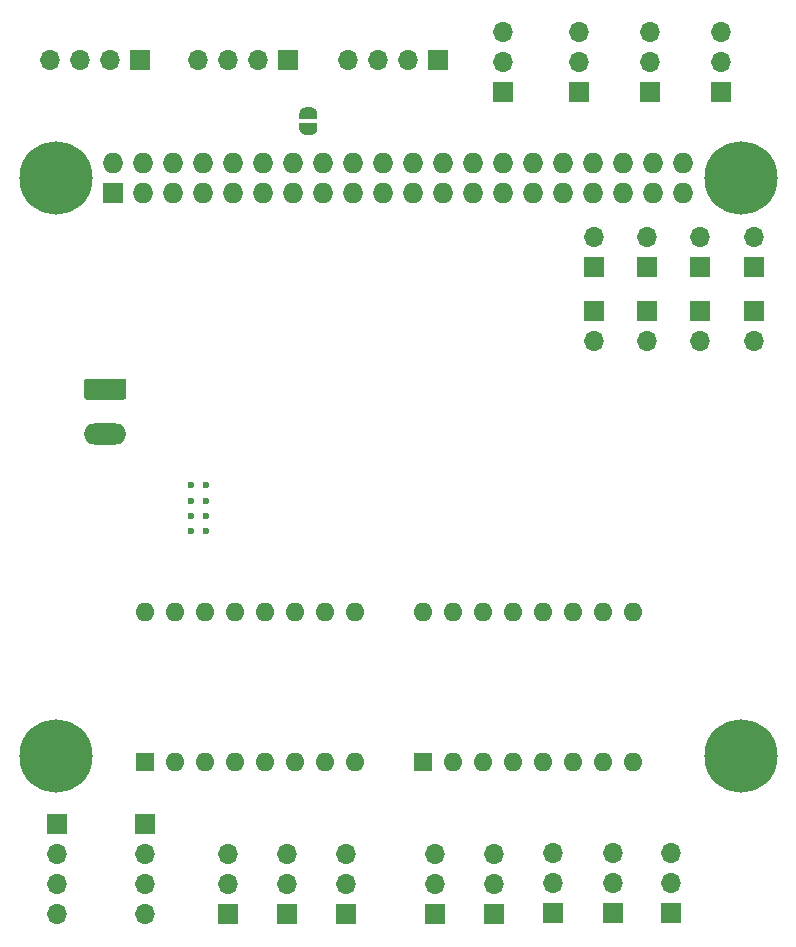
<source format=gbr>
%TF.GenerationSoftware,KiCad,Pcbnew,5.1.9*%
%TF.CreationDate,2021-03-12T16:49:57+01:00*%
%TF.ProjectId,monkey-rpi-header-pcb,6d6f6e6b-6579-42d7-9270-692d68656164,rev?*%
%TF.SameCoordinates,Original*%
%TF.FileFunction,Soldermask,Bot*%
%TF.FilePolarity,Negative*%
%FSLAX46Y46*%
G04 Gerber Fmt 4.6, Leading zero omitted, Abs format (unit mm)*
G04 Created by KiCad (PCBNEW 5.1.9) date 2021-03-12 16:49:57*
%MOMM*%
%LPD*%
G01*
G04 APERTURE LIST*
%ADD10C,0.100000*%
%ADD11O,1.700000X1.700000*%
%ADD12R,1.700000X1.700000*%
%ADD13O,1.600000X1.600000*%
%ADD14R,1.600000X1.600000*%
%ADD15C,0.600000*%
%ADD16O,3.600000X1.800000*%
%ADD17R,1.727200X1.727200*%
%ADD18O,1.727200X1.727200*%
%ADD19C,6.200000*%
G04 APERTURE END LIST*
D10*
%TO.C,JP10*%
G36*
X147050000Y-74050000D02*
G01*
X147050000Y-73550000D01*
X147050602Y-73550000D01*
X147050602Y-73525466D01*
X147055412Y-73476635D01*
X147064984Y-73428510D01*
X147079228Y-73381555D01*
X147098005Y-73336222D01*
X147121136Y-73292949D01*
X147148396Y-73252150D01*
X147179524Y-73214221D01*
X147214221Y-73179524D01*
X147252150Y-73148396D01*
X147292949Y-73121136D01*
X147336222Y-73098005D01*
X147381555Y-73079228D01*
X147428510Y-73064984D01*
X147476635Y-73055412D01*
X147525466Y-73050602D01*
X147550000Y-73050602D01*
X147550000Y-73050000D01*
X148050000Y-73050000D01*
X148050000Y-73050602D01*
X148074534Y-73050602D01*
X148123365Y-73055412D01*
X148171490Y-73064984D01*
X148218445Y-73079228D01*
X148263778Y-73098005D01*
X148307051Y-73121136D01*
X148347850Y-73148396D01*
X148385779Y-73179524D01*
X148420476Y-73214221D01*
X148451604Y-73252150D01*
X148478864Y-73292949D01*
X148501995Y-73336222D01*
X148520772Y-73381555D01*
X148535016Y-73428510D01*
X148544588Y-73476635D01*
X148549398Y-73525466D01*
X148549398Y-73550000D01*
X148550000Y-73550000D01*
X148550000Y-74050000D01*
X147050000Y-74050000D01*
G37*
G36*
X148549398Y-74850000D02*
G01*
X148549398Y-74874534D01*
X148544588Y-74923365D01*
X148535016Y-74971490D01*
X148520772Y-75018445D01*
X148501995Y-75063778D01*
X148478864Y-75107051D01*
X148451604Y-75147850D01*
X148420476Y-75185779D01*
X148385779Y-75220476D01*
X148347850Y-75251604D01*
X148307051Y-75278864D01*
X148263778Y-75301995D01*
X148218445Y-75320772D01*
X148171490Y-75335016D01*
X148123365Y-75344588D01*
X148074534Y-75349398D01*
X148050000Y-75349398D01*
X148050000Y-75350000D01*
X147550000Y-75350000D01*
X147550000Y-75349398D01*
X147525466Y-75349398D01*
X147476635Y-75344588D01*
X147428510Y-75335016D01*
X147381555Y-75320772D01*
X147336222Y-75301995D01*
X147292949Y-75278864D01*
X147252150Y-75251604D01*
X147214221Y-75220476D01*
X147179524Y-75185779D01*
X147148396Y-75147850D01*
X147121136Y-75107051D01*
X147098005Y-75063778D01*
X147079228Y-75018445D01*
X147064984Y-74971490D01*
X147055412Y-74923365D01*
X147050602Y-74874534D01*
X147050602Y-74850000D01*
X147050000Y-74850000D01*
X147050000Y-74350000D01*
X148550000Y-74350000D01*
X148550000Y-74850000D01*
X148549398Y-74850000D01*
G37*
%TD*%
D11*
%TO.C,J27*%
X185500000Y-84000000D03*
D12*
X185500000Y-86540000D03*
%TD*%
D11*
%TO.C,J26*%
X181000000Y-84000000D03*
D12*
X181000000Y-86540000D03*
%TD*%
D11*
%TO.C,J25*%
X176500000Y-84000000D03*
D12*
X176500000Y-86540000D03*
%TD*%
D11*
%TO.C,J24*%
X172000000Y-84000000D03*
D12*
X172000000Y-86540000D03*
%TD*%
D11*
%TO.C,J23*%
X182750000Y-66670000D03*
X182750000Y-69210000D03*
D12*
X182750000Y-71750000D03*
%TD*%
D11*
%TO.C,J22*%
X176750000Y-66670000D03*
X176750000Y-69210000D03*
D12*
X176750000Y-71750000D03*
%TD*%
D11*
%TO.C,J18*%
X170750000Y-66670000D03*
X170750000Y-69210000D03*
D12*
X170750000Y-71750000D03*
%TD*%
D11*
%TO.C,J5*%
X164250000Y-66670000D03*
X164250000Y-69210000D03*
D12*
X164250000Y-71750000D03*
%TD*%
D11*
%TO.C,J21*%
X185500000Y-92790000D03*
D12*
X185500000Y-90250000D03*
%TD*%
D11*
%TO.C,J20*%
X181000000Y-92790000D03*
D12*
X181000000Y-90250000D03*
%TD*%
D11*
%TO.C,J19*%
X176500000Y-92790000D03*
D12*
X176500000Y-90250000D03*
%TD*%
D11*
%TO.C,J17*%
X178500000Y-136200000D03*
X178500000Y-138740000D03*
D12*
X178500000Y-141280000D03*
%TD*%
D11*
%TO.C,J16*%
X173600000Y-136200000D03*
X173600000Y-138740000D03*
D12*
X173600000Y-141280000D03*
%TD*%
D11*
%TO.C,J15*%
X168500000Y-136200000D03*
X168500000Y-138740000D03*
D12*
X168500000Y-141280000D03*
%TD*%
D13*
%TO.C,A1*%
X133960000Y-115800000D03*
X151740000Y-128500000D03*
X136500000Y-115800000D03*
X149200000Y-128500000D03*
X139040000Y-115800000D03*
X146660000Y-128500000D03*
X141580000Y-115800000D03*
X144120000Y-128500000D03*
X144120000Y-115800000D03*
X141580000Y-128500000D03*
X146660000Y-115800000D03*
X139040000Y-128500000D03*
X149200000Y-115800000D03*
X136500000Y-128500000D03*
X151740000Y-115800000D03*
D14*
X133960000Y-128500000D03*
%TD*%
D11*
%TO.C,J13*%
X151130000Y-69000000D03*
X153670000Y-69000000D03*
X156210000Y-69000000D03*
D12*
X158750000Y-69000000D03*
%TD*%
D15*
%TO.C,U2*%
X139150000Y-108950000D03*
X139150000Y-107650000D03*
X137850000Y-107650000D03*
X137850000Y-108950000D03*
X139150000Y-105050000D03*
X139150000Y-106350000D03*
X137850000Y-106350000D03*
X137850000Y-105050000D03*
%TD*%
D13*
%TO.C,A2*%
X157500000Y-115800000D03*
X175280000Y-128500000D03*
X160040000Y-115800000D03*
X172740000Y-128500000D03*
X162580000Y-115800000D03*
X170200000Y-128500000D03*
X165120000Y-115800000D03*
X167660000Y-128500000D03*
X167660000Y-115800000D03*
X165120000Y-128500000D03*
X170200000Y-115800000D03*
X162580000Y-128500000D03*
X172740000Y-115800000D03*
X160040000Y-128500000D03*
X175280000Y-115800000D03*
D14*
X157500000Y-128500000D03*
%TD*%
D16*
%TO.C,J2*%
X130600000Y-100710000D03*
G36*
G01*
X129050000Y-96000000D02*
X132150000Y-96000000D01*
G75*
G02*
X132400000Y-96250000I0J-250000D01*
G01*
X132400000Y-97550000D01*
G75*
G02*
X132150000Y-97800000I-250000J0D01*
G01*
X129050000Y-97800000D01*
G75*
G02*
X128800000Y-97550000I0J250000D01*
G01*
X128800000Y-96250000D01*
G75*
G02*
X129050000Y-96000000I250000J0D01*
G01*
G37*
%TD*%
D11*
%TO.C,J14*%
X172000000Y-92790000D03*
D12*
X172000000Y-90250000D03*
%TD*%
D11*
%TO.C,J12*%
X125920000Y-69000000D03*
X128460000Y-69000000D03*
X131000000Y-69000000D03*
D12*
X133540000Y-69000000D03*
%TD*%
D11*
%TO.C,J11*%
X138420000Y-69000000D03*
X140960000Y-69000000D03*
X143500000Y-69000000D03*
D12*
X146040000Y-69000000D03*
%TD*%
D11*
%TO.C,J10*%
X151000000Y-136220000D03*
X151000000Y-138760000D03*
D12*
X151000000Y-141300000D03*
%TD*%
D11*
%TO.C,J9*%
X158500000Y-136220000D03*
X158500000Y-138760000D03*
D12*
X158500000Y-141300000D03*
%TD*%
D11*
%TO.C,J8*%
X141000000Y-136220000D03*
X141000000Y-138760000D03*
D12*
X141000000Y-141300000D03*
%TD*%
D11*
%TO.C,J7*%
X146000000Y-136220000D03*
X146000000Y-138760000D03*
D12*
X146000000Y-141300000D03*
%TD*%
D11*
%TO.C,J6*%
X163500000Y-136220000D03*
X163500000Y-138760000D03*
D12*
X163500000Y-141300000D03*
%TD*%
D11*
%TO.C,J4*%
X134000000Y-141370000D03*
X134000000Y-138830000D03*
X134000000Y-136290000D03*
D12*
X134000000Y-133750000D03*
%TD*%
D11*
%TO.C,J3*%
X126500000Y-141330000D03*
X126500000Y-138790000D03*
X126500000Y-136250000D03*
D12*
X126500000Y-133710000D03*
%TD*%
D17*
%TO.C,J1*%
X131270000Y-80270000D03*
D18*
X131270000Y-77730000D03*
X133810000Y-80270000D03*
X133810000Y-77730000D03*
X136350000Y-80270000D03*
X136350000Y-77730000D03*
X138890000Y-80270000D03*
X138890000Y-77730000D03*
X141430000Y-80270000D03*
X141430000Y-77730000D03*
X143970000Y-80270000D03*
X143970000Y-77730000D03*
X146510000Y-80270000D03*
X146510000Y-77730000D03*
X149050000Y-80270000D03*
X149050000Y-77730000D03*
X151590000Y-80270000D03*
X151590000Y-77730000D03*
X154130000Y-80270000D03*
X154130000Y-77730000D03*
X156670000Y-80270000D03*
X156670000Y-77730000D03*
X159210000Y-80270000D03*
X159210000Y-77730000D03*
X161750000Y-80270000D03*
X161750000Y-77730000D03*
X164290000Y-80270000D03*
X164290000Y-77730000D03*
X166830000Y-80270000D03*
X166830000Y-77730000D03*
X169370000Y-80270000D03*
X169370000Y-77730000D03*
X171910000Y-80270000D03*
X171910000Y-77730000D03*
X174450000Y-80270000D03*
X174450000Y-77730000D03*
X176990000Y-80270000D03*
X176990000Y-77730000D03*
X179530000Y-80270000D03*
X179530000Y-77730000D03*
%TD*%
D19*
%TO.C,*%
X184400000Y-79000000D03*
%TD*%
%TO.C,*%
X184400000Y-128000000D03*
%TD*%
%TO.C,*%
X126400000Y-128000000D03*
%TD*%
%TO.C,*%
X126400000Y-79000000D03*
%TD*%
M02*

</source>
